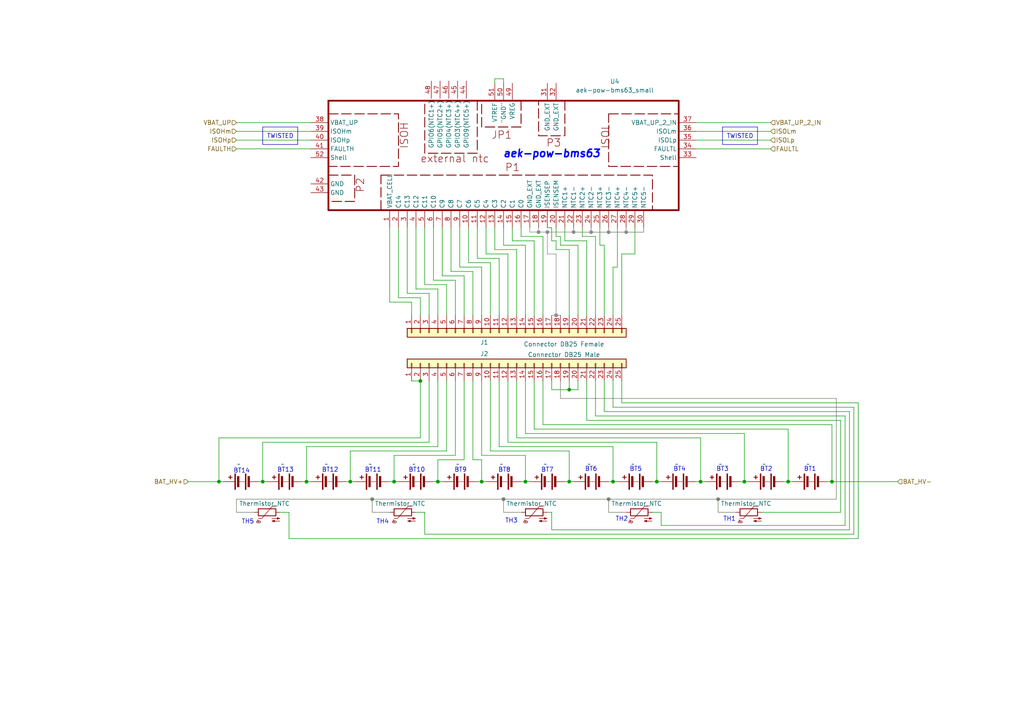
<source format=kicad_sch>
(kicad_sch (version 20250114) (generator "eeschema") (generator_version "9.0")
  (paper "A4")
  (title_block (title "Slave node connections") (date "2025-09-20") (rev "6.0"))
  (lib_symbols
    (symbol "ArchimedeSRL:aek-pow-bms63_small"
      (property "Reference" "U?" (at 19.05 33.02 0))
      (property "Value" "aek-pow-bms63_small" (at 36.83 32.258 0))
      (symbol "aek-pow-bms63_small_0_0"
        (rectangle (start -52.07 30.48) (end 49.53 -1.27) (stroke (width 0.508)))
        (rectangle (start -52.07 26.67) (end -31.75 11.43) (stroke (width 0.254) (type dash)))
        (rectangle (start -52.07 8.89) (end -44.45 1.27) (stroke (width 0.254) (type dash)))
        (rectangle (start -36.83 8.89) (end 41.91 -1.27) (stroke (width 0.254) (type dash)))
        (rectangle (start -24.13 30.48) (end -8.89 15.24) (stroke (width 0.254) (type dash)))
        (rectangle (start -7.62 30.48) (end 3.81 22.86) (stroke (width 0.254) (type dash)))
        (rectangle (start 8.89 30.48) (end 16.51 20.32) (stroke (width 0.254) (type dash)))
        (rectangle (start 29.21 26.67) (end 49.53 11.43) (stroke (width 0.254) (type dash)))
        (text "P2" (at -44.1071 3.81 900) (effects (font (size 2.1717 2.1717)) (justify left top)))
        (text "ISOH" (at -31.3563 16.51 900) (effects (font (size 2.1717 2.1717)) (justify left top)))
        (text "external ntc" (at -25.4 14.986 0) (effects (font (size 2.1717 2.1717)) (justify left top)))
        (text "JP1" (at -4.826 21.844 0) (effects (font (size 2.1717 2.1717)) (justify left top)))
        (text "aek-pow-bms63" (at -1.524 16.51 0) (effects (font (size 2.1717 2.1717) (bold yes) (italic yes)) (justify left top)))
        (text "P1" (at 3.556 12.446 0) (effects (font (size 2.1717 2.1717)) (justify right top)))
        (text "P3" (at 15.494 17.018 0) (effects (font (size 2.1717 2.1717)) (justify right bottom)))
        (text "ISOL" (at 27.0383 16.51 900) (effects (font (size 2.1717 2.1717)) (justify left top)))
        (pin input line (at -31.75 -6.35 90) (length 5.08) (name "C14") (number "2"))
        (pin input line (at -29.21 -6.35 90) (length 5.08) (name "C13") (number "3"))
        (pin input line (at -26.67 -6.35 90) (length 5.08) (name "C12") (number "4"))
        (pin input line (at -24.13 -6.35 90) (length 5.08) (name "C11") (number "5"))
        (pin input line (at -21.59 -6.35 90) (length 5.08) (name "C10") (number "6"))
        (pin input line (at -19.05 -6.35 90) (length 5.08) (name "C9") (number "7"))
        (pin input line (at -16.51 -6.35 90) (length 5.08) (name "C8") (number "8"))
        (pin input line (at -13.97 -6.35 90) (length 5.08) (name "C7") (number "9"))
        (pin input line (at -11.43 -6.35 90) (length 5.08) (name "C6") (number "10"))
        (pin input line (at -8.89 -6.35 90) (length 5.08) (name "C5") (number "11"))
        (pin input line (at -6.35 -6.35 90) (length 5.08) (name "C4") (number "12"))
        (pin input line (at -3.81 -6.35 90) (length 5.08) (name "C3") (number "13"))
        (pin input line (at -1.27 -6.35 90) (length 5.08) (name "C2") (number "14"))
        (pin input line (at 1.27 -6.35 90) (length 5.08) (name "C1") (number "15"))
        (pin input line (at 3.81 -6.35 90) (length 5.08) (name "C0") (number "16"))
        (pin passive line (at 6.35 -6.35 90) (length 5.08) (name "GND_EXT") (number "17"))
        (pin passive line (at 8.89 -6.35 90) (length 5.08) (name "GND_EXT") (number "18"))
        (pin input line (at 16.51 -6.35 90) (length 5.08) (name "NTC1+") (number "21"))
        (pin passive line (at 19.05 -6.35 90) (length 5.08) (name "NTC1-") (number "22"))
        (pin input line (at 21.59 -6.35 90) (length 5.08) (name "NTC2+") (number "23"))
        (pin passive line (at 24.13 -6.35 90) (length 5.08) (name "NTC2-") (number "24"))
        (pin input line (at 26.67 -6.35 90) (length 5.08) (name "NTC3+") (number "25"))
        (pin passive line (at 29.21 -6.35 90) (length 5.08) (name "NTC3-") (number "26"))
        (pin input line (at 31.75 -6.35 90) (length 5.08) (name "NTC4+") (number "27"))
        (pin passive line (at 34.29 -6.35 90) (length 5.08) (name "NTC4-") (number "28"))
        (pin input line (at 36.83 -6.35 90) (length 5.08) (name "NTC5+") (number "29"))
        (pin passive line (at 39.37 -6.35 90) (length 5.08) (name "NTC5-") (number "30"))
      )
      (symbol "aek-pow-bms63_small_1_0"
        (pin bidirectional line (at -57.15 24.13 0) (length 5.08) (name "VBAT_UP") (number "38"))
        (pin bidirectional line (at -57.15 21.59 0) (length 5.08) (name "ISOHm") (number "39"))
        (pin bidirectional line (at -57.15 19.05 0) (length 5.08) (name "ISOHp") (number "40"))
        (pin bidirectional line (at -57.15 16.51 0) (length 5.08) (name "FAULTH") (number "41"))
        (pin output line (at -57.15 13.97 0) (length 5.08) (name "Shell") (number "52"))
        (pin output line (at -57.15 6.35 0) (length 5.08) (name "GND") (number "42"))
        (pin output line (at -57.15 3.81 0) (length 5.08) (name "GND") (number "43"))
        (pin input line (at -34.29 -6.35 90) (length 5.08) (name "VBAT_CELL") (number "1"))
        (pin input line (at -22.225 36.195 270) (length 5.08) (name "GPIO6(NTC1+)") (number "48"))
        (pin input line (at -19.685 36.195 270) (length 5.08) (name "GPIO5(NTC2+)") (number "47"))
        (pin input line (at -17.145 36.195 270) (length 5.08) (name "GPIO4(NTC3+)") (number "46"))
        (pin input line (at -14.605 36.195 270) (length 5.08) (name "GPIO3(NTC4+)") (number "45"))
        (pin input line (at -12.065 36.195 270) (length 5.08) (name "GPIO9(NTC5+)") (number "44"))
        (pin output line (at -3.81 35.56 270) (length 5.08) (name "VTREF") (number "51"))
        (pin input line (at -1.27 35.56 270) (length 5.08) (name "\"GND\"") (number "50"))
        (pin output line (at 1.27 35.56 270) (length 5.08) (name "VREG") (number "49"))
        (pin output line (at 11.43 35.56 270) (length 5.08) (name "GND_EXT") (number "31"))
        (pin input line (at 11.43 -6.35 90) (length 5.08) (name "ISENSEP") (number "19"))
        (pin output line (at 13.97 35.56 270) (length 5.08) (name "GND_EXT") (number "32"))
        (pin output line (at 13.97 -6.35 90) (length 5.08) (name "ISENSEM") (number "20"))
        (pin bidirectional line (at 54.61 24.13 180) (length 5.08) (name "VBAT_UP_2_IN") (number "37"))
        (pin bidirectional line (at 54.61 21.59 180) (length 5.08) (name "ISOLm") (number "36"))
        (pin bidirectional line (at 54.61 19.05 180) (length 5.08) (name "ISOLp") (number "35"))
        (pin bidirectional line (at 54.61 16.51 180) (length 5.08) (name "FAULTL") (number "34"))
        (pin output line (at 54.61 13.97 180) (length 5.08) (name "Shell") (number "33"))
      )
    )
    (symbol "Connector_Generic:Conn_01x25" (pin_names (offset 1.016) (hide yes))
      (property "Reference" "J" (at 0 33.02 0))
      (property "Value" "Conn_01x25" (at 0 -33.02 0))
      (symbol "Conn_01x25_1_1"
        (rectangle (start -1.27 31.75) (end 1.27 -31.75) (stroke (width 0.254)) (fill (type background)))
        (rectangle (start -1.27 30.607) (end 0 30.353) (stroke (width 0.1524)))
        (rectangle (start -1.27 28.067) (end 0 27.813) (stroke (width 0.1524)))
        (rectangle (start -1.27 25.527) (end 0 25.273) (stroke (width 0.1524)))
        (rectangle (start -1.27 22.987) (end 0 22.733) (stroke (width 0.1524)))
        (rectangle (start -1.27 20.447) (end 0 20.193) (stroke (width 0.1524)))
        (rectangle (start -1.27 17.907) (end 0 17.653) (stroke (width 0.1524)))
        (rectangle (start -1.27 15.367) (end 0 15.113) (stroke (width 0.1524)))
        (rectangle (start -1.27 12.827) (end 0 12.573) (stroke (width 0.1524)))
        (rectangle (start -1.27 10.287) (end 0 10.033) (stroke (width 0.1524)))
        (rectangle (start -1.27 7.747) (end 0 7.493) (stroke (width 0.1524)))
        (rectangle (start -1.27 5.207) (end 0 4.953) (stroke (width 0.1524)))
        (rectangle (start -1.27 2.667) (end 0 2.413) (stroke (width 0.1524)))
        (rectangle (start -1.27 0.127) (end 0 -0.127) (stroke (width 0.1524)))
        (rectangle (start -1.27 -2.413) (end 0 -2.667) (stroke (width 0.1524)))
        (rectangle (start -1.27 -4.953) (end 0 -5.207) (stroke (width 0.1524)))
        (rectangle (start -1.27 -7.493) (end 0 -7.747) (stroke (width 0.1524)))
        (rectangle (start -1.27 -10.033) (end 0 -10.287) (stroke (width 0.1524)))
        (rectangle (start -1.27 -12.573) (end 0 -12.827) (stroke (width 0.1524)))
        (rectangle (start -1.27 -15.113) (end 0 -15.367) (stroke (width 0.1524)))
        (rectangle (start -1.27 -17.653) (end 0 -17.907) (stroke (width 0.1524)))
        (rectangle (start -1.27 -20.193) (end 0 -20.447) (stroke (width 0.1524)))
        (rectangle (start -1.27 -22.733) (end 0 -22.987) (stroke (width 0.1524)))
        (rectangle (start -1.27 -25.273) (end 0 -25.527) (stroke (width 0.1524)))
        (rectangle (start -1.27 -27.813) (end 0 -28.067) (stroke (width 0.1524)))
        (rectangle (start -1.27 -30.353) (end 0 -30.607) (stroke (width 0.1524)))
        (pin passive line (at -5.08 30.48 0) (length 3.81) (name "Pin_1") (number "1"))
        (pin passive line (at -5.08 27.94 0) (length 3.81) (name "Pin_2") (number "2"))
        (pin passive line (at -5.08 25.4 0) (length 3.81) (name "Pin_3") (number "3"))
        (pin passive line (at -5.08 22.86 0) (length 3.81) (name "Pin_4") (number "4"))
        (pin passive line (at -5.08 20.32 0) (length 3.81) (name "Pin_5") (number "5"))
        (pin passive line (at -5.08 17.78 0) (length 3.81) (name "Pin_6") (number "6"))
        (pin passive line (at -5.08 15.24 0) (length 3.81) (name "Pin_7") (number "7"))
        (pin passive line (at -5.08 12.7 0) (length 3.81) (name "Pin_8") (number "8"))
        (pin passive line (at -5.08 10.16 0) (length 3.81) (name "Pin_9") (number "9"))
        (pin passive line (at -5.08 7.62 0) (length 3.81) (name "Pin_10") (number "10"))
        (pin passive line (at -5.08 5.08 0) (length 3.81) (name "Pin_11") (number "11"))
        (pin passive line (at -5.08 2.54 0) (length 3.81) (name "Pin_12") (number "12"))
        (pin passive line (at -5.08 0 0) (length 3.81) (name "Pin_13") (number "13"))
        (pin passive line (at -5.08 -2.54 0) (length 3.81) (name "Pin_14") (number "14"))
        (pin passive line (at -5.08 -5.08 0) (length 3.81) (name "Pin_15") (number "15"))
        (pin passive line (at -5.08 -7.62 0) (length 3.81) (name "Pin_16") (number "16"))
        (pin passive line (at -5.08 -10.16 0) (length 3.81) (name "Pin_17") (number "17"))
        (pin passive line (at -5.08 -12.7 0) (length 3.81) (name "Pin_18") (number "18"))
        (pin passive line (at -5.08 -15.24 0) (length 3.81) (name "Pin_19") (number "19"))
        (pin passive line (at -5.08 -17.78 0) (length 3.81) (name "Pin_20") (number "20"))
        (pin passive line (at -5.08 -20.32 0) (length 3.81) (name "Pin_21") (number "21"))
        (pin passive line (at -5.08 -22.86 0) (length 3.81) (name "Pin_22") (number "22"))
        (pin passive line (at -5.08 -25.4 0) (length 3.81) (name "Pin_23") (number "23"))
        (pin passive line (at -5.08 -27.94 0) (length 3.81) (name "Pin_24") (number "24"))
        (pin passive line (at -5.08 -30.48 0) (length 3.81) (name "Pin_25") (number "25"))
      )
    )
    (symbol "Device:Battery" (pin_numbers (hide yes)) (pin_names (offset 0) (hide yes))
      (property "Reference" "BT" (at 2.54 2.54 0))
      (property "Value" "Battery" (at 2.54 0 0))
      (symbol "Battery_0_1"
        (rectangle (start -2.286 1.778) (end 2.286 1.524) (fill (type outline)))
        (rectangle (start -2.286 -1.27) (end 2.286 -1.524) (fill (type outline)))
        (rectangle (start -1.524 1.016) (end 1.524 0.508) (fill (type outline)))
        (rectangle (start -1.524 -2.032) (end 1.524 -2.54) (fill (type outline)))
        (polyline (pts (xy 0 1.778) (xy 0 2.54)))
        (polyline (pts (xy 0 0) (xy 0 0.254)))
        (polyline (pts (xy 0 -0.508) (xy 0 -0.254)))
        (polyline (pts (xy 0 -1.016) (xy 0 -0.762)))
        (polyline (pts (xy 0.762 3.048) (xy 1.778 3.048)) (stroke (width 0.254)))
        (polyline (pts (xy 1.27 3.556) (xy 1.27 2.54)) (stroke (width 0.254)))
      )
      (symbol "Battery_1_1"
        (pin passive line (at 0 5.08 270) (length 2.54) (name "+") (number "1"))
        (pin passive line (at 0 -5.08 90) (length 2.54) (name "-") (number "2"))
      )
    )
    (symbol "Device:Thermistor_NTC" (pin_numbers (hide yes)) (pin_names (offset 0))
      (property "Reference" "TH" (at -4.445 0 90))
      (property "Value" "Thermistor_NTC" (at 3.175 0 90))
      (symbol "Thermistor_NTC_0_1"
        (arc (start -3.175 2.413) (mid -3.0506 2.3165) (end -3.048 2.159))
        (arc (start -3.048 2.794) (mid -2.9736 2.9736) (end -2.794 3.048))
        (arc (start -2.794 3.048) (mid -2.6144 2.9736) (end -2.54 2.794))
        (arc (start -2.794 2.54) (mid -2.9736 2.6144) (end -3.048 2.794))
        (arc (start -2.794 1.905) (mid -2.9736 1.9794) (end -3.048 2.159))
        (arc (start -2.54 2.159) (mid -2.6144 1.9794) (end -2.794 1.905))
        (arc (start -2.159 2.794) (mid -2.434 2.5608) (end -2.794 2.54))
        (polyline (pts (xy -2.54 2.159) (xy -2.54 2.794)))
        (polyline (pts (xy -2.54 -3.683) (xy -2.54 -1.397) (xy -2.794 -2.159) (xy -2.286 -2.159) (xy -2.54 -1.397) (xy -2.54 -1.651)) (fill (type outline)))
        (polyline (pts (xy -1.778 2.54) (xy -1.778 1.524) (xy 1.778 -1.524) (xy 1.778 -2.54)))
        (polyline (pts (xy -1.778 -1.397) (xy -1.778 -3.683) (xy -2.032 -2.921) (xy -1.524 -2.921) (xy -1.778 -3.683) (xy -1.778 -3.429)) (fill (type outline)))
        (rectangle (start -1.016 2.54) (end 1.016 -2.54) (stroke (width 0.254)))
      )
      (symbol "Thermistor_NTC_1_1"
        (pin passive line (at 0 3.81 270) (length 1.27) (name "~") (number "1"))
        (pin passive line (at 0 -3.81 90) (length 1.27) (name "~") (number "2"))
      )
    )
  )
  (rectangle (start 209.55 36.83) (end 219.71 41.91))
  (rectangle (start 76.2 36.83) (end 86.36 41.91))
  (text "BT14" (at 70.104 136.652 0) (effects (font (size 1.27 1.27))))
  (text "BT10" (at 120.904 136.398 0) (effects (font (size 1.27 1.27))))
  (text "BT7" (at 158.75 136.398 0) (effects (font (size 1.27 1.27))))
  (text "TH3" (at 148.336 151.13 0) (effects (font (size 1.27 1.27))))
  (text "BT6" (at 171.45 136.144 0) (effects (font (size 1.27 1.27))))
  (text "BT13" (at 82.804 136.398 0) (effects (font (size 1.27 1.27))))
  (text "TH1" (at 211.582 150.622 0) (effects (font (size 1.27 1.27))))
  (text "BT3" (at 209.55 136.144 0) (effects (font (size 1.27 1.27))))
  (text "BMS SLAVE UNIT" (at 351.79 261.366 0) (effects (font (size 3.81 3.81))))
  (text "BT8" (at 146.304 136.398 0) (effects (font (size 1.27 1.27))))
  (text "BT1" (at 234.95 136.144 0) (effects (font (size 1.27 1.27))))
  (text "BT12" (at 95.758 136.398 0) (effects (font (size 1.27 1.27))))
  (text "BT2" (at 222.25 136.144 0) (effects (font (size 1.27 1.27))))
  (text "TWISTED" (at 81.28 39.624 0) (effects (font (size 1.27 1.27))))
  (text "BT11" (at 108.204 136.398 0) (effects (font (size 1.27 1.27))))
  (text "TWISTED" (at 214.63 39.624 0) (effects (font (size 1.27 1.27))))
  (text "BT5" (at 184.404 136.144 0) (effects (font (size 1.27 1.27))))
  (text "TH5" (at 71.882 151.384 0) (effects (font (size 1.27 1.27))))
  (text "BT4" (at 197.104 136.144 0) (effects (font (size 1.27 1.27))))
  (text "BT9" (at 133.604 136.398 0) (effects (font (size 1.27 1.27))))
  (text "TH2" (at 180.34 150.622 0) (effects (font (size 1.27 1.27))))
  (text "TH4" (at 110.998 151.384 0) (effects (font (size 1.27 1.27))))
  (junction (at 190.5 139.7))
  (junction (at 176.53 67.3354) (color 132 132 132 1))
  (junction (at 152.4 139.7))
  (junction (at 177.8 139.7))
  (junction (at 156.21 67.31) (color 132 132 132 1))
  (junction (at 114.3 139.7))
  (junction (at 181.61 67.3354) (color 132 132 132 1))
  (junction (at 176.53 144.78) (color 109 119 99 1))
  (junction (at 166.37 67.31) (color 132 132 132 1))
  (junction (at 158.75 67.31) (color 132 132 132 1))
  (junction (at 215.9 139.7))
  (junction (at 139.7 139.7))
  (junction (at 127 139.7))
  (junction (at 161.29 91.44) (color 132 132 132 1))
  (junction (at 88.9 139.7))
  (junction (at 101.6 139.7))
  (junction (at 165.1 139.7))
  (junction (at 146.05 144.78) (color 109 119 99 1))
  (junction (at 76.2 139.7))
  (junction (at 228.6 139.7))
  (junction (at 208.28 144.78) (color 109 119 99 1))
  (junction (at 203.2 139.7))
  (junction (at 107.95 144.78) (color 109 119 99 1))
  (junction (at 165.1 113.03))
  (junction (at 63.5 139.7))
  (junction (at 171.45 67.3354) (color 132 132 132 1))
  (junction (at 121.92 110.49))
  (junction (at 241.3 139.7))
  (wire (pts (xy 73.66 148.59) (xy 68.58 148.59)) (stroke (width 0) (color 109 119 99 1)))
  (wire (pts (xy 165.1 130.81) (xy 165.1 139.7)))
  (wire (pts (xy 127 110.49) (xy 127 129.54)))
  (wire (pts (xy 156.21 67.31) (xy 158.75 67.31)) (stroke (width 0) (color 132 132 132 1)))
  (wire (pts (xy 142.24 76.2) (xy 142.24 91.44)))
  (wire (pts (xy 147.32 128.27) (xy 190.5 128.27)))
  (wire (pts (xy 146.05 144.78) (xy 176.53 144.78)) (stroke (width 0) (color 109 119 99 1)))
  (wire (pts (xy 152.4 125.73) (xy 215.9 125.73)))
  (wire (pts (xy 68.58 43.18) (xy 90.17 43.18)))
  (wire (pts (xy 180.34 110.49) (xy 180.34 116.84)))
  (wire (pts (xy 165.1 72.39) (xy 161.29 72.39)))
  (wire (pts (xy 215.9 139.7) (xy 217.17 139.7)))
  (wire (pts (xy 124.46 85.09) (xy 118.11 85.09)))
  (wire (pts (xy 162.56 115.57) (xy 242.57 115.57)) (stroke (width 0) (color 109 119 99 1)))
  (wire (pts (xy 163.83 139.7) (xy 165.1 139.7)))
  (wire (pts (xy 114.3 132.08) (xy 114.3 139.7)))
  (wire (pts (xy 68.58 40.64) (xy 90.17 40.64)))
  (wire (pts (xy 153.67 67.31) (xy 156.21 67.31)) (stroke (width 0) (color 132 132 132 1)))
  (wire (pts (xy 160.02 110.49) (xy 160.02 113.03)))
  (wire (pts (xy 107.95 148.59) (xy 113.03 148.59)) (stroke (width 0) (color 109 119 99 1)))
  (wire (pts (xy 139.7 110.49) (xy 139.7 132.08)))
  (wire (pts (xy 146.05 148.59) (xy 151.13 148.59)) (stroke (width 0) (color 109 119 99 1)))
  (wire (pts (xy 115.57 86.36) (xy 121.92 86.36)))
  (wire (pts (xy 177.8 129.54) (xy 144.78 129.54)))
  (wire (pts (xy 179.07 77.47) (xy 177.8 77.47)))
  (wire (pts (xy 144.78 110.49) (xy 144.78 129.54)))
  (wire (pts (xy 146.05 144.78) (xy 146.05 148.59)) (stroke (width 0) (color 109 119 99 1)))
  (wire (pts (xy 83.82 156.21) (xy 83.82 148.59)))
  (wire (pts (xy 177.8 118.11) (xy 247.65 118.11)))
  (wire (pts (xy 248.92 156.21) (xy 83.82 156.21)))
  (wire (pts (xy 152.4 139.7) (xy 152.4 132.08)))
  (wire (pts (xy 161.29 69.85) (xy 160.02 69.85)))
  (wire (pts (xy 175.26 91.44) (xy 175.26 71.12)))
  (wire (pts (xy 149.86 110.49) (xy 149.86 127)))
  (wire (pts (xy 125.73 81.28) (xy 125.73 66.04)))
  (wire (pts (xy 170.18 69.85) (xy 163.83 69.85)))
  (wire (pts (xy 176.53 144.78) (xy 176.53 148.59)) (stroke (width 0) (color 109 119 99 1)))
  (wire (pts (xy 241.3 139.7) (xy 260.35 139.7)))
  (wire (pts (xy 121.92 110.49) (xy 121.92 127)))
  (wire (pts (xy 121.92 86.36) (xy 121.92 91.44)))
  (wire (pts (xy 142.24 110.49) (xy 142.24 130.81)))
  (wire (pts (xy 119.38 87.63) (xy 113.03 87.63)))
  (wire (pts (xy 107.95 144.78) (xy 146.05 144.78)) (stroke (width 0) (color 109 119 99 1)))
  (wire (pts (xy 203.2 139.7) (xy 204.47 139.7)))
  (wire (pts (xy 158.75 66.04) (xy 160.02 66.04)))
  (wire (pts (xy 137.16 91.44) (xy 137.16 78.74)))
  (wire (pts (xy 138.43 139.7) (xy 139.7 139.7)))
  (wire (pts (xy 152.4 71.12) (xy 146.05 71.12)))
  (wire (pts (xy 166.37 67.31) (xy 166.37 67.3354)) (stroke (width 0) (color 109 119 99 1)))
  (wire (pts (xy 139.7 91.44) (xy 139.7 77.47)))
  (wire (pts (xy 148.59 69.85) (xy 154.94 69.85)))
  (wire (pts (xy 153.67 67.31) (xy 153.67 66.04)) (stroke (width 0) (color 132 132 132 1)))
  (wire (pts (xy 176.53 67.3354) (xy 181.61 67.3354)) (stroke (width 0) (color 109 119 99 1)))
  (wire (pts (xy 119.38 110.49) (xy 121.92 110.49)))
  (wire (pts (xy 177.8 110.49) (xy 177.8 118.11)))
  (wire (pts (xy 118.11 85.09) (xy 118.11 66.04)))
  (wire (pts (xy 129.54 110.49) (xy 129.54 130.81)))
  (wire (pts (xy 123.19 82.55) (xy 129.54 82.55)))
  (wire (pts (xy 181.61 67.3354) (xy 181.61 66.04)) (stroke (width 0) (color 109 119 99 1)))
  (wire (pts (xy 242.57 144.78) (xy 242.57 115.57)) (stroke (width 0) (color 109 119 99 1)))
  (wire (pts (xy 151.13 139.7) (xy 152.4 139.7)))
  (wire (pts (xy 138.43 74.93) (xy 138.43 66.04)))
  (wire (pts (xy 123.19 154.94) (xy 123.19 148.59)))
  (wire (pts (xy 139.7 132.08) (xy 152.4 132.08)))
  (wire (pts (xy 107.95 144.78) (xy 107.95 148.59)) (stroke (width 0) (color 109 119 99 1)))
  (wire (pts (xy 201.93 43.18) (xy 223.52 43.18)))
  (wire (pts (xy 177.8 77.47) (xy 177.8 91.44)))
  (wire (pts (xy 113.03 139.7) (xy 114.3 139.7)))
  (wire (pts (xy 214.63 139.7) (xy 215.9 139.7)))
  (wire (pts (xy 243.84 121.92) (xy 243.84 148.59)))
  (wire (pts (xy 172.72 110.49) (xy 172.72 120.65)))
  (wire (pts (xy 151.13 68.58) (xy 151.13 66.04)))
  (wire (pts (xy 143.51 24.13) (xy 143.51 22.86)))
  (wire (pts (xy 88.9 139.7) (xy 90.17 139.7)))
  (wire (pts (xy 191.77 152.4) (xy 191.77 148.59)))
  (wire (pts (xy 227.33 139.7) (xy 228.6 139.7)))
  (wire (pts (xy 163.83 69.85) (xy 163.83 66.04)))
  (wire (pts (xy 114.3 132.08) (xy 132.08 132.08)))
  (wire (pts (xy 134.62 80.01) (xy 134.62 91.44)))
  (wire (pts (xy 54.61 139.7) (xy 63.5 139.7)))
  (wire (pts (xy 101.6 139.7) (xy 101.6 130.81)))
  (wire (pts (xy 121.92 127) (xy 63.5 127)))
  (wire (pts (xy 146.05 24.13) (xy 146.05 22.86)))
  (wire (pts (xy 127 139.7) (xy 128.27 139.7)))
  (wire (pts (xy 157.48 123.19) (xy 241.3 123.19)))
  (wire (pts (xy 170.18 121.92) (xy 243.84 121.92)))
  (wire (pts (xy 245.11 152.4) (xy 191.77 152.4)))
  (wire (pts (xy 149.86 72.39) (xy 149.86 91.44)))
  (wire (pts (xy 152.4 91.44) (xy 152.4 71.12)))
  (wire (pts (xy 175.26 71.12) (xy 173.99 71.12)))
  (wire (pts (xy 240.03 139.7) (xy 241.3 139.7)))
  (wire (pts (xy 148.59 66.04) (xy 148.59 69.85)))
  (wire (pts (xy 160.02 91.44) (xy 161.29 91.44)) (stroke (width 0) (color 132 132 132 1)))
  (wire (pts (xy 180.34 91.44) (xy 180.34 73.66)))
  (wire (pts (xy 191.77 148.59) (xy 189.23 148.59)))
  (wire (pts (xy 100.33 139.7) (xy 101.6 139.7)))
  (wire (pts (xy 184.15 66.04) (xy 184.15 73.66)))
  (wire (pts (xy 68.58 144.78) (xy 107.95 144.78)) (stroke (width 0) (color 109 119 99 1)))
  (wire (pts (xy 137.16 133.35) (xy 139.7 133.35)))
  (wire (pts (xy 152.4 139.7) (xy 153.67 139.7)))
  (wire (pts (xy 125.73 139.7) (xy 127 139.7)))
  (wire (pts (xy 247.65 154.94) (xy 123.19 154.94)))
  (wire (pts (xy 208.28 144.78) (xy 208.28 148.59)) (stroke (width 0) (color 109 119 99 1)))
  (wire (pts (xy 248.92 116.84) (xy 248.92 156.21)))
  (wire (pts (xy 142.24 130.81) (xy 165.1 130.81)))
  (wire (pts (xy 68.58 148.59) (xy 68.58 144.78)) (stroke (width 0) (color 109 119 99 1)))
  (wire (pts (xy 132.08 110.49) (xy 132.08 132.08)))
  (wire (pts (xy 215.9 125.73) (xy 215.9 139.7)))
  (wire (pts (xy 101.6 130.81) (xy 129.54 130.81)))
  (wire (pts (xy 171.45 67.3354) (xy 176.53 67.3354)) (stroke (width 0) (color 109 119 99 1)))
  (wire (pts (xy 63.5 139.7) (xy 64.77 139.7)))
  (wire (pts (xy 154.94 110.49) (xy 154.94 124.46)))
  (wire (pts (xy 129.54 82.55) (xy 129.54 91.44)))
  (wire (pts (xy 165.1 110.49) (xy 165.1 113.03)))
  (wire (pts (xy 201.93 38.1) (xy 223.52 38.1)))
  (wire (pts (xy 161.29 73.66) (xy 161.29 91.44)) (stroke (width 0) (color 132 132 132 1)))
  (wire (pts (xy 176.53 144.78) (xy 208.28 144.78)) (stroke (width 0) (color 109 119 99 1)))
  (wire (pts (xy 87.63 139.7) (xy 88.9 139.7)))
  (wire (pts (xy 135.89 76.2) (xy 142.24 76.2)))
  (wire (pts (xy 165.1 139.7) (xy 166.37 139.7)))
  (wire (pts (xy 156.21 67.31) (xy 156.21 66.04)) (stroke (width 0) (color 132 132 132 1)))
  (wire (pts (xy 246.38 119.38) (xy 246.38 153.67)))
  (wire (pts (xy 160.02 69.85) (xy 160.02 66.04)))
  (wire (pts (xy 137.16 110.49) (xy 137.16 133.35)))
  (wire (pts (xy 179.07 66.04) (xy 179.07 77.47)))
  (wire (pts (xy 161.29 66.04) (xy 161.29 68.58)))
  (wire (pts (xy 208.28 148.59) (xy 213.36 148.59)) (stroke (width 0) (color 109 119 99 1)))
  (wire (pts (xy 166.37 67.3354) (xy 171.45 67.3354)) (stroke (width 0) (color 109 119 99 1)))
  (wire (pts (xy 74.93 139.7) (xy 76.2 139.7)))
  (wire (pts (xy 143.51 66.04) (xy 143.51 72.39)))
  (wire (pts (xy 132.08 91.44) (xy 132.08 81.28)))
  (wire (pts (xy 158.75 148.59) (xy 160.02 148.59)))
  (wire (pts (xy 144.78 74.93) (xy 138.43 74.93)))
  (wire (pts (xy 228.6 124.46) (xy 154.94 124.46)))
  (wire (pts (xy 246.38 153.67) (xy 160.02 153.67)))
  (wire (pts (xy 177.8 139.7) (xy 177.8 129.54)))
  (wire (pts (xy 127 133.35) (xy 134.62 133.35)))
  (wire (pts (xy 101.6 139.7) (xy 102.87 139.7)))
  (wire (pts (xy 120.65 66.04) (xy 120.65 83.82)))
  (wire (pts (xy 228.6 139.7) (xy 229.87 139.7)))
  (wire (pts (xy 170.18 91.44) (xy 170.18 69.85)))
  (wire (pts (xy 203.2 139.7) (xy 203.2 127)))
  (wire (pts (xy 124.46 91.44) (xy 124.46 85.09)))
  (wire (pts (xy 114.3 139.7) (xy 115.57 139.7)))
  (wire (pts (xy 63.5 127) (xy 63.5 139.7)))
  (wire (pts (xy 161.29 91.44) (xy 162.56 91.44)) (stroke (width 0) (color 132 132 132 1)))
  (wire (pts (xy 180.34 73.66) (xy 184.15 73.66)))
  (wire (pts (xy 140.97 73.66) (xy 140.97 66.04)))
  (wire (pts (xy 177.8 139.7) (xy 179.07 139.7)))
  (wire (pts (xy 166.37 66.04) (xy 166.37 67.31)) (stroke (width 0) (color 109 119 99 1)))
  (wire (pts (xy 162.56 71.12) (xy 167.64 71.12)))
  (wire (pts (xy 124.46 110.49) (xy 124.46 128.27)))
  (wire (pts (xy 143.51 22.86) (xy 146.05 22.86)))
  (wire (pts (xy 68.58 35.56) (xy 90.17 35.56)))
  (wire (pts (xy 201.93 139.7) (xy 203.2 139.7)))
  (wire (pts (xy 139.7 133.35) (xy 139.7 139.7)))
  (wire (pts (xy 120.65 83.82) (xy 127 83.82)))
  (wire (pts (xy 154.94 69.85) (xy 154.94 91.44)))
  (wire (pts (xy 119.38 91.44) (xy 119.38 87.63)))
  (wire (pts (xy 173.99 71.12) (xy 173.99 66.04)))
  (wire (pts (xy 149.86 127) (xy 203.2 127)))
  (wire (pts (xy 135.89 66.04) (xy 135.89 76.2)))
  (wire (pts (xy 172.72 68.58) (xy 172.72 91.44)))
  (wire (pts (xy 88.9 129.54) (xy 88.9 139.7)))
  (wire (pts (xy 160.02 113.03) (xy 165.1 113.03)))
  (wire (pts (xy 201.93 35.56) (xy 223.52 35.56)))
  (wire (pts (xy 146.05 66.04) (xy 146.05 71.12)))
  (wire (pts (xy 175.26 110.49) (xy 175.26 119.38)))
  (wire (pts (xy 139.7 77.47) (xy 133.35 77.47)))
  (wire (pts (xy 157.48 68.58) (xy 157.48 91.44)))
  (wire (pts (xy 157.48 110.49) (xy 157.48 123.19)))
  (wire (pts (xy 147.32 91.44) (xy 147.32 73.66)))
  (wire (pts (xy 127 83.82) (xy 127 91.44)))
  (wire (pts (xy 161.29 73.66) (xy 158.75 73.66)) (stroke (width 0) (color 132 132 132 1)))
  (wire (pts (xy 147.32 73.66) (xy 140.97 73.66)))
  (wire (pts (xy 190.5 139.7) (xy 191.77 139.7)))
  (wire (pts (xy 128.27 66.04) (xy 128.27 80.01)))
  (wire (pts (xy 167.64 71.12) (xy 167.64 91.44)))
  (wire (pts (xy 137.16 78.74) (xy 130.81 78.74)))
  (wire (pts (xy 245.11 120.65) (xy 245.11 152.4)))
  (wire (pts (xy 123.19 66.04) (xy 123.19 82.55)))
  (wire (pts (xy 68.58 38.1) (xy 90.17 38.1)))
  (wire (pts (xy 143.51 72.39) (xy 149.86 72.39)))
  (wire (pts (xy 172.72 120.65) (xy 245.11 120.65)))
  (wire (pts (xy 152.4 110.49) (xy 152.4 125.73)))
  (wire (pts (xy 186.69 67.3354) (xy 186.69 66.04)) (stroke (width 0) (color 109 119 99 1)))
  (wire (pts (xy 176.53 67.3354) (xy 176.53 66.04)) (stroke (width 0) (color 109 119 99 1)))
  (wire (pts (xy 241.3 123.19) (xy 241.3 139.7)))
  (wire (pts (xy 123.19 148.59) (xy 120.65 148.59)))
  (wire (pts (xy 160.02 153.67) (xy 160.02 148.59)))
  (wire (pts (xy 158.75 73.66) (xy 158.75 67.31)) (stroke (width 0) (color 132 132 132 1)))
  (wire (pts (xy 115.57 66.04) (xy 115.57 86.36)))
  (wire (pts (xy 139.7 139.7) (xy 140.97 139.7)))
  (wire (pts (xy 168.91 66.04) (xy 168.91 68.58)))
  (wire (pts (xy 190.5 128.27) (xy 190.5 139.7)))
  (wire (pts (xy 201.93 40.64) (xy 223.52 40.64)))
  (wire (pts (xy 176.53 148.59) (xy 181.61 148.59)) (stroke (width 0) (color 109 119 99 1)))
  (wire (pts (xy 128.27 80.01) (xy 134.62 80.01)))
  (wire (pts (xy 228.6 139.7) (xy 228.6 124.46)))
  (wire (pts (xy 113.03 87.63) (xy 113.03 66.04)))
  (wire (pts (xy 170.18 110.49) (xy 170.18 121.92)))
  (wire (pts (xy 161.29 68.58) (xy 162.56 68.58)))
  (wire (pts (xy 161.29 72.39) (xy 161.29 69.85)))
  (wire (pts (xy 76.2 128.27) (xy 124.46 128.27)))
  (wire (pts (xy 127 139.7) (xy 127 133.35)))
  (wire (pts (xy 165.1 113.03) (xy 167.64 113.03)))
  (wire (pts (xy 180.34 116.84) (xy 248.92 116.84)))
  (wire (pts (xy 189.23 139.7) (xy 190.5 139.7)))
  (wire (pts (xy 144.78 91.44) (xy 144.78 74.93)))
  (wire (pts (xy 176.53 139.7) (xy 177.8 139.7)))
  (wire (pts (xy 162.56 115.57) (xy 162.56 110.49)) (stroke (width 0) (color 109 119 99 1)))
  (wire (pts (xy 247.65 118.11) (xy 247.65 154.94)))
  (wire (pts (xy 167.64 113.03) (xy 167.64 110.49)))
  (wire (pts (xy 134.62 110.49) (xy 134.62 133.35)))
  (wire (pts (xy 168.91 68.58) (xy 172.72 68.58)))
  (wire (pts (xy 130.81 78.74) (xy 130.81 66.04)))
  (wire (pts (xy 162.56 68.58) (xy 162.56 71.12)))
  (wire (pts (xy 157.48 68.58) (xy 151.13 68.58)))
  (wire (pts (xy 158.75 67.31) (xy 166.37 67.31)) (stroke (width 0) (color 132 132 132 1)))
  (wire (pts (xy 83.82 148.59) (xy 81.28 148.59)))
  (wire (pts (xy 76.2 139.7) (xy 76.2 128.27)))
  (wire (pts (xy 243.84 148.59) (xy 220.98 148.59)))
  (wire (pts (xy 147.32 110.49) (xy 147.32 128.27)))
  (wire (pts (xy 133.35 77.47) (xy 133.35 66.04)))
  (wire (pts (xy 76.2 139.7) (xy 77.47 139.7)))
  (wire (pts (xy 175.26 119.38) (xy 246.38 119.38)))
  (wire (pts (xy 208.28 144.78) (xy 242.57 144.78)) (stroke (width 0) (color 109 119 99 1)))
  (wire (pts (xy 171.45 67.3354) (xy 171.45 66.04)) (stroke (width 0) (color 109 119 99 1)))
  (wire (pts (xy 132.08 81.28) (xy 125.73 81.28)))
  (wire (pts (xy 181.61 67.3354) (xy 186.69 67.3354)) (stroke (width 0) (color 109 119 99 1)))
  (wire (pts (xy 165.1 91.44) (xy 165.1 72.39)))
  (wire (pts (xy 127 129.54) (xy 88.9 129.54)))
  (hierarchical_label "VBAT_UP_2_IN" (shape input) (at 223.52 35.56 0))
  (hierarchical_label "ISOHp" (shape input) (at 68.58 40.64 180))
  (hierarchical_label "BAT_HV-" (shape input) (at 260.35 139.7 0))
  (hierarchical_label "ISOLp" (shape input) (at 223.52 40.64 0))
  (hierarchical_label "VBAT_UP" (shape input) (at 68.58 35.56 180))
  (hierarchical_label "ISOHm" (shape input) (at 68.58 38.1 180))
  (hierarchical_label "BAT_HV+" (shape input) (at 54.61 139.7 180))
  (hierarchical_label "FAULTL" (shape input) (at 223.52 43.18 0))
  (hierarchical_label "ISOLm" (shape input) (at 223.52 38.1 0))
  (hierarchical_label "FAULTH" (shape input) (at 68.58 43.18 180))
  (symbol (lib_id "Device:Battery") (at 171.45 139.7 90) (unit 1)
    (property "Reference" "BT23" (effects (hide yes)))
    (property "Value" "~" (at 170.8785 134.62 90))
    (property "Description" "Multiple-cell battery" (effects (hide yes)))
    (instances (project "TestLogica" (path "" (reference "BT9") (unit 1)) (path "" (reference "BT23") (unit 1))))
  )
  (symbol (lib_id "ArchimedeSRL:aek-pow-bms63_small") (at 147.32 59.69 0) (unit 1)
    (property "Reference" "U7" (at 178.308 23.622 0))
    (property "Value" "aek-pow-bms63_small" (at 178.308 26.162 0))
    (instances (project "TestLogica" (path "" (reference "U4") (unit 1)) (path "" (reference "U7") (unit 1))))
  )
  (symbol (lib_id "Connector_Generic:Conn_01x25") (at 149.86 96.52 90) (mirror x) (unit 1)
    (property "Reference" "J3" (at 140.462 99.314 90))
    (property "Value" "Connector DB25 Female" (at 163.576 99.822 90))
    (property "Description" "Generic connector, single row, 01x25, script generated (kicad-library-utils/schlib/autogen/connector/)" (effects (hide yes)))
    (instances (project "TestLogica" (path "" (reference "J1") (unit 1)) (path "" (reference "J3") (unit 1))))
  )
  (symbol (lib_id "Device:Thermistor_NTC") (at 77.47 148.59 90) (unit 1)
    (property "Reference" "TH6" (effects (hide yes)))
    (property "Value" "Thermistor_NTC" (at 84.074 146.05 90) (effects (justify left)))
    (property "Description" "Temperature dependent resistor, negative temperature coefficient" (effects (hide yes)))
    (instances (project "TestLogica" (path "" (reference "TH1") (unit 1)) (path "" (reference "TH6") (unit 1))))
  )
  (symbol (lib_id "Device:Battery") (at 107.95 139.7 90) (unit 1)
    (property "Reference" "BT18" (effects (hide yes)))
    (property "Value" "~" (at 107.3785 134.62 90))
    (property "Description" "Multiple-cell battery" (effects (hide yes)))
    (instances (project "TestLogica" (path "" (reference "BT4") (unit 1)) (path "" (reference "BT18") (unit 1))))
  )
  (symbol (lib_id "Device:Battery") (at 120.65 139.7 90) (unit 1)
    (property "Reference" "BT19" (effects (hide yes)))
    (property "Value" "~" (at 120.0785 134.62 90))
    (property "Description" "Multiple-cell battery" (effects (hide yes)))
    (instances (project "TestLogica" (path "" (reference "BT5") (unit 1)) (path "" (reference "BT19") (unit 1))))
  )
  (symbol (lib_id "Device:Battery") (at 82.55 139.7 90) (unit 1)
    (property "Reference" "BT16" (effects (hide yes)))
    (property "Value" "~" (at 81.9785 134.62 90))
    (property "Description" "Multiple-cell battery" (effects (hide yes)))
    (instances (project "TestLogica" (path "" (reference "BT2") (unit 1)) (path "" (reference "BT16") (unit 1))))
  )
  (symbol (lib_id "Device:Thermistor_NTC") (at 217.17 148.59 90) (unit 1)
    (property "Reference" "TH10" (effects (hide yes)))
    (property "Value" "Thermistor_NTC" (at 223.774 146.05 90) (effects (justify left)))
    (property "Description" "Temperature dependent resistor, negative temperature coefficient" (effects (hide yes)))
    (instances (project "TestLogica" (path "" (reference "TH5") (unit 1)) (path "" (reference "TH10") (unit 1))))
  )
  (symbol (lib_id "Device:Thermistor_NTC") (at 154.94 148.59 90) (unit 1)
    (property "Reference" "TH8" (effects (hide yes)))
    (property "Value" "Thermistor_NTC" (at 161.544 146.05 90) (effects (justify left)))
    (property "Description" "Temperature dependent resistor, negative temperature coefficient" (effects (hide yes)))
    (instances (project "TestLogica" (path "" (reference "TH3") (unit 1)) (path "" (reference "TH8") (unit 1))))
  )
  (symbol (lib_id "Device:Battery") (at 69.85 139.7 90) (unit 1)
    (property "Reference" "BT15" (effects (hide yes)))
    (property "Value" "~" (at 69.2785 134.62 90))
    (property "Description" "Multiple-cell battery" (effects (hide yes)))
    (instances (project "TestLogica" (path "" (reference "BT1") (unit 1)) (path "" (reference "BT15") (unit 1))))
  )
  (symbol (lib_id "Device:Thermistor_NTC") (at 185.42 148.59 90) (unit 1)
    (property "Reference" "TH9" (effects (hide yes)))
    (property "Value" "Thermistor_NTC" (at 192.024 146.05 90) (effects (justify left)))
    (property "Description" "Temperature dependent resistor, negative temperature coefficient" (effects (hide yes)))
    (instances (project "TestLogica" (path "" (reference "TH4") (unit 1)) (path "" (reference "TH9") (unit 1))))
  )
  (symbol (lib_id "Device:Battery") (at 158.75 139.7 90) (unit 1)
    (property "Reference" "BT22" (effects (hide yes)))
    (property "Value" "~" (at 158.1785 134.62 90))
    (property "Description" "Multiple-cell battery" (effects (hide yes)))
    (instances (project "TestLogica" (path "" (reference "BT8") (unit 1)) (path "" (reference "BT22") (unit 1))))
  )
  (symbol (lib_id "Device:Battery") (at 234.95 139.7 90) (unit 1)
    (property "Reference" "BT28" (effects (hide yes)))
    (property "Value" "~" (at 234.3785 134.62 90))
    (property "Description" "Multiple-cell battery" (effects (hide yes)))
    (instances (project "TestLogica" (path "" (reference "BT14") (unit 1)) (path "" (reference "BT28") (unit 1))))
  )
  (symbol (lib_id "Device:Battery") (at 209.55 139.7 90) (unit 1)
    (property "Reference" "BT26" (effects (hide yes)))
    (property "Value" "~" (at 208.9785 134.62 90))
    (property "Description" "Multiple-cell battery" (effects (hide yes)))
    (instances (project "TestLogica" (path "" (reference "BT12") (unit 1)) (path "" (reference "BT26") (unit 1))))
  )
  (symbol (lib_id "Device:Battery") (at 222.25 139.7 90) (unit 1)
    (property "Reference" "BT27" (effects (hide yes)))
    (property "Value" "~" (at 221.6785 134.62 90))
    (property "Description" "Multiple-cell battery" (effects (hide yes)))
    (instances (project "TestLogica" (path "" (reference "BT13") (unit 1)) (path "" (reference "BT27") (unit 1))))
  )
  (symbol (lib_id "Device:Battery") (at 146.05 139.7 90) (unit 1)
    (property "Reference" "BT21" (effects (hide yes)))
    (property "Value" "~" (at 145.4785 134.62 90))
    (property "Description" "Multiple-cell battery" (effects (hide yes)))
    (instances (project "TestLogica" (path "" (reference "BT7") (unit 1)) (path "" (reference "BT21") (unit 1))))
  )
  (symbol (lib_id "Device:Battery") (at 133.35 139.7 90) (unit 1)
    (property "Reference" "BT20" (effects (hide yes)))
    (property "Value" "~" (at 132.7785 134.62 90))
    (property "Description" "Multiple-cell battery" (effects (hide yes)))
    (instances (project "TestLogica" (path "" (reference "BT6") (unit 1)) (path "" (reference "BT20") (unit 1))))
  )
  (symbol (lib_id "Device:Battery") (at 95.25 139.7 90) (unit 1)
    (property "Reference" "BT17" (effects (hide yes)))
    (property "Value" "~" (at 94.6785 134.62 90))
    (property "Description" "Multiple-cell battery" (effects (hide yes)))
    (instances (project "TestLogica" (path "" (reference "BT3") (unit 1)) (path "" (reference "BT17") (unit 1))))
  )
  (symbol (lib_id "Device:Battery") (at 196.85 139.7 90) (unit 1)
    (property "Reference" "BT25" (effects (hide yes)))
    (property "Value" "~" (at 196.2785 134.62 90))
    (property "Description" "Multiple-cell battery" (effects (hide yes)))
    (instances (project "TestLogica" (path "" (reference "BT11") (unit 1)) (path "" (reference "BT25") (unit 1))))
  )
  (symbol (lib_id "Device:Battery") (at 184.15 139.7 90) (unit 1)
    (property "Reference" "BT24" (effects (hide yes)))
    (property "Value" "~" (at 183.5785 134.62 90))
    (property "Description" "Multiple-cell battery" (effects (hide yes)))
    (instances (project "TestLogica" (path "" (reference "BT10") (unit 1)) (path "" (reference "BT24") (unit 1))))
  )
  (symbol (lib_id "Connector_Generic:Conn_01x25") (at 149.86 105.41 90) (unit 1)
    (property "Reference" "J4" (at 140.462 102.616 90))
    (property "Value" "Connector DB25 Male" (at 163.576 102.87 90))
    (property "Description" "Generic connector, single row, 01x25, script generated (kicad-library-utils/schlib/autogen/connector/)" (effects (hide yes)))
    (instances (project "TestLogica" (path "" (reference "J2") (unit 1)) (path "" (reference "J4") (unit 1))))
  )
  (symbol (lib_id "Device:Thermistor_NTC") (at 116.84 148.59 90) (unit 1)
    (property "Reference" "TH7" (effects (hide yes)))
    (property "Value" "Thermistor_NTC" (at 123.444 146.05 90) (effects (justify left)))
    (property "Description" "Temperature dependent resistor, negative temperature coefficient" (effects (hide yes)))
    (instances (project "TestLogica" (path "" (reference "TH2") (unit 1)) (path "" (reference "TH7") (unit 1))))
  )
)
</source>
